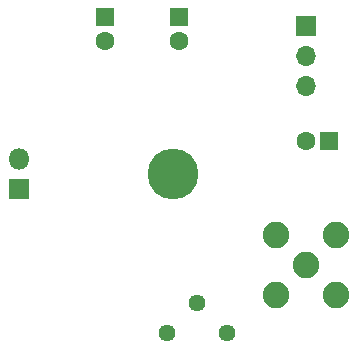
<source format=gbr>
%TF.GenerationSoftware,KiCad,Pcbnew,5.1.10-88a1d61d58~90~ubuntu20.04.1*%
%TF.CreationDate,2021-10-29T09:56:54+11:00*%
%TF.ProjectId,simple-photodetector,73696d70-6c65-42d7-9068-6f746f646574,rev?*%
%TF.SameCoordinates,Original*%
%TF.FileFunction,Soldermask,Bot*%
%TF.FilePolarity,Negative*%
%FSLAX46Y46*%
G04 Gerber Fmt 4.6, Leading zero omitted, Abs format (unit mm)*
G04 Created by KiCad (PCBNEW 5.1.10-88a1d61d58~90~ubuntu20.04.1) date 2021-10-29 09:56:54*
%MOMM*%
%LPD*%
G01*
G04 APERTURE LIST*
%ADD10C,4.300000*%
%ADD11C,1.440000*%
%ADD12R,1.600000X1.600000*%
%ADD13C,1.600000*%
%ADD14R,1.700000X1.700000*%
%ADD15O,1.700000X1.700000*%
%ADD16C,2.250000*%
%ADD17R,1.800000X1.800000*%
%ADD18O,1.800000X1.800000*%
G04 APERTURE END LIST*
D10*
%TO.C,REF\u002A\u002A*%
X136500000Y-69000000D03*
%TD*%
D11*
%TO.C,RV1*%
X141080000Y-82500000D03*
X138540000Y-79960000D03*
X136000000Y-82500000D03*
%TD*%
D12*
%TO.C,C1*%
X130750000Y-55750000D03*
D13*
X130750000Y-57750000D03*
%TD*%
%TO.C,C2*%
X147750000Y-66250000D03*
D12*
X149750000Y-66250000D03*
%TD*%
%TO.C,C3*%
X137000000Y-55750000D03*
D13*
X137000000Y-57750000D03*
%TD*%
D14*
%TO.C,J1*%
X147750000Y-56500000D03*
D15*
X147750000Y-59040000D03*
X147750000Y-61580000D03*
%TD*%
D16*
%TO.C,J2*%
X145210000Y-74210000D03*
X150290000Y-74210000D03*
X150290000Y-79290000D03*
X145210000Y-79290000D03*
X147750000Y-76750000D03*
%TD*%
D17*
%TO.C,D3*%
X123500000Y-70290000D03*
D18*
X123500000Y-67750000D03*
%TD*%
M02*

</source>
